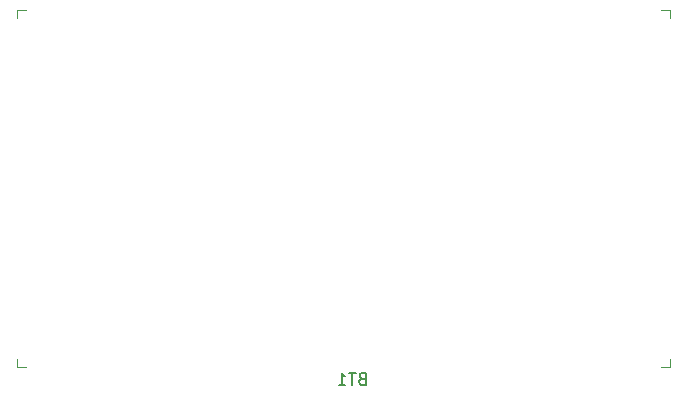
<source format=gbr>
G04 #@! TF.GenerationSoftware,KiCad,Pcbnew,(5.1.4)-1*
G04 #@! TF.CreationDate,2019-12-11T13:43:38-06:00*
G04 #@! TF.ProjectId,Rover_Controller,526f7665-725f-4436-9f6e-74726f6c6c65,rev?*
G04 #@! TF.SameCoordinates,Original*
G04 #@! TF.FileFunction,Legend,Bot*
G04 #@! TF.FilePolarity,Positive*
%FSLAX46Y46*%
G04 Gerber Fmt 4.6, Leading zero omitted, Abs format (unit mm)*
G04 Created by KiCad (PCBNEW (5.1.4)-1) date 2019-12-11 13:43:38*
%MOMM*%
%LPD*%
G04 APERTURE LIST*
%ADD10C,0.100000*%
%ADD11C,0.150000*%
G04 APERTURE END LIST*
D10*
X170580000Y-90463200D02*
X169830000Y-90463200D01*
X170580000Y-90463200D02*
X170580000Y-89713200D01*
X115260000Y-90463200D02*
X115260000Y-89713200D01*
X116010000Y-90463200D02*
X115260000Y-90463200D01*
X116010000Y-60163200D02*
X115260000Y-60163200D01*
X170580000Y-60163200D02*
X169830000Y-60163200D01*
X115260000Y-60913200D02*
X115260000Y-60163200D01*
X170580000Y-60913200D02*
X170580000Y-60163200D01*
D11*
X144455714Y-91401771D02*
X144312857Y-91449390D01*
X144265238Y-91497009D01*
X144217619Y-91592247D01*
X144217619Y-91735104D01*
X144265238Y-91830342D01*
X144312857Y-91877961D01*
X144408095Y-91925580D01*
X144789047Y-91925580D01*
X144789047Y-90925580D01*
X144455714Y-90925580D01*
X144360476Y-90973200D01*
X144312857Y-91020819D01*
X144265238Y-91116057D01*
X144265238Y-91211295D01*
X144312857Y-91306533D01*
X144360476Y-91354152D01*
X144455714Y-91401771D01*
X144789047Y-91401771D01*
X143931904Y-90925580D02*
X143360476Y-90925580D01*
X143646190Y-91925580D02*
X143646190Y-90925580D01*
X142503333Y-91925580D02*
X143074761Y-91925580D01*
X142789047Y-91925580D02*
X142789047Y-90925580D01*
X142884285Y-91068438D01*
X142979523Y-91163676D01*
X143074761Y-91211295D01*
M02*

</source>
